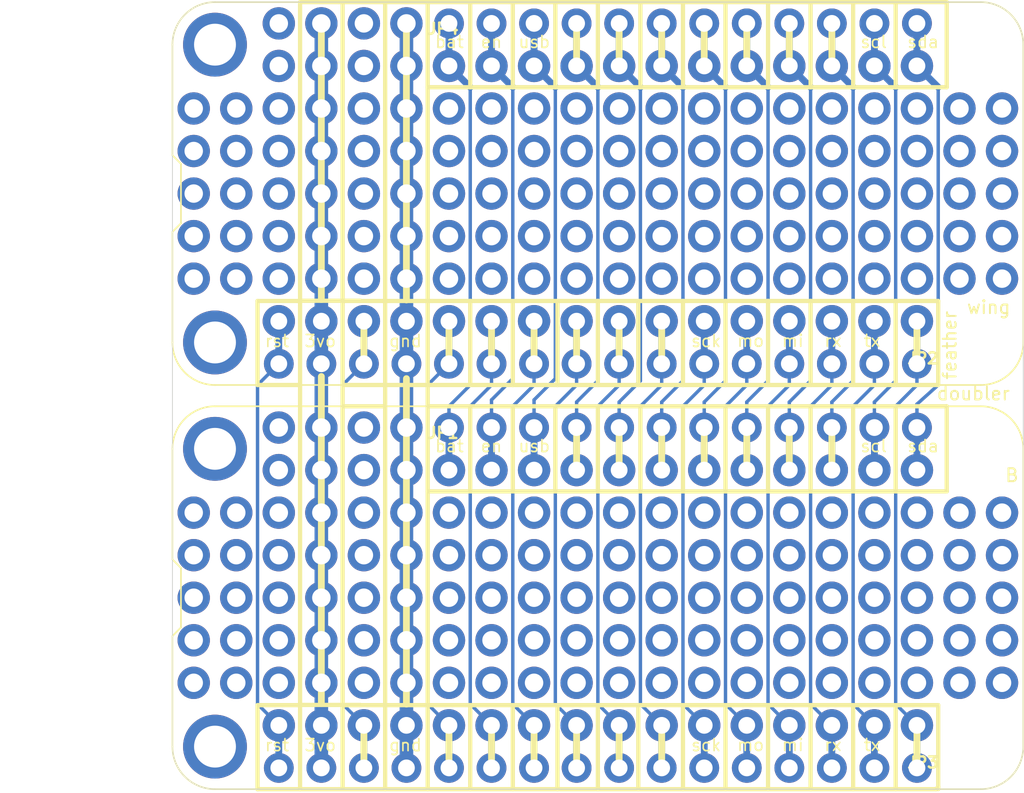
<source format=kicad_pcb>
(kicad_pcb (version 20221018) (generator pcbnew)
  (layers (0 "F.Cu" signal) (31 "B.Cu" signal) (34 "B.Paste" user) (35 "F.Paste" user) (36 "B.SilkS" user "B.Silkscreen") (37 "F.SilkS" user "F.Silkscreen") (38 "B.Mask" user) (39 "F.Mask" user) (44 "Edge.Cuts" user))
  (net 0 "")
  (net 1 "N$2")
  (net 2 "N$4")
  (net 3 "N$6")
  (net 4 "N$7")
  (net 5 "N$8")
  (net 6 "N$9")
  (net 7 "N$10")
  (net 8 "N$11")
  (net 9 "N$12")
  (net 10 "N$13")
  (net 11 "N$14")
  (net 12 "N$15")
  (net 13 "GND")
  (net 14 "N$17")
  (net 15 "3V")
  (net 16 "N$18")
  (net 17 "VBAT")
  (net 18 "N$1")
  (net 19 "USB")
  (net 20 "N$3")
  (net 21 "N$5")
  (net 22 "N$19")
  (net 23 "N$20")
  (net 24 "N$21")
  (net 25 "N$22")
  (net 26 "N$23")
  (net 27 "N$24")
  (net 28 "N$25")
  (net 29 "N$26")
  (net 30 "N$28")
  (net 31 "N$31")
  (net 32 "N$33")
  (net 33 "N$34")
  (net 34 "N$36")
  (net 35 "N$37")
  (net 36 "N$38")
  (net 37 "N$39")
  (net 38 "N$40")
  (net 39 "N$41")
  (net 40 "N$42")
  (net 41 "N$43")
  (net 42 "N$44")
  (net 43 "N$46")
  (net 44 "N$47")
  (net 45 "N$50")
  (net 46 "N$51")
  (net 47 "N$52")
  (net 48 "N$54")
  (net 49 "N$58")
  (net 50 "N$59")
  (net 51 "N$62")
  (net 52 "N$63")
  (net 53 "N$64")
  (net 54 "N$65")
  (net 55 "N$66")
  (net 56 "N$67")
  (net 57 "N$68")
  (net 58 "N$69")
  (net 59 "N$70")
  (net 60 "N$71")
  (net 61 "N$72")
  (net 62 "N$73")
  (net 63 "N$74")
  (net 64 "N$75")
  (net 65 "N$76")
  (net 66 "N$77")
  (net 67 "N$78")
  (net 68 "N$79")
  (net 69 "N$80")
  (net 70 "N$81")
  (net 71 "N$82")
  (net 72 "N$83")
  (net 73 "N$84")
  (net 74 "N$85")
  (net 75 "N$86")
  (net 76 "N$87")
  (net 77 "N$88")
  (net 78 "N$89")
  (net 79 "N$90")
  (net 80 "N$91")
  (net 81 "N$92")
  (net 82 "N$93")
  (net 83 "N$94")
  (net 84 "N$95")
  (net 85 "N$96")
  (net 86 "N$97")
  (net 87 "N$98")
  (net 88 "N$99")
  (net 89 "N$100")
  (net 90 "N$101")
  (net 91 "N$102")
  (net 92 "N$103")
  (net 93 "N$104")
  (net 94 "N$105")
  (net 95 "N$106")
  (net 96 "N$107")
  (net 97 "N$108")
  (net 98 "N$109")
  (net 99 "N$110")
  (net 100 "N$111")
  (net 101 "N$112")
  (net 102 "N$113")
  (net 103 "N$114")
  (net 104 "N$115")
  (net 105 "N$116")
  (net 106 "N$117")
  (net 107 "N$118")
  (net 108 "N$119")
  (net 109 "N$120")
  (net 110 "N$121")
  (net 111 "N$122")
  (net 112 "N$123")
  (net 113 "N$124")
  (net 114 "N$125")
  (net 115 "N$126")
  (net 116 "N$127")
  (net 117 "N$128")
  (net 118 "N$129")
  (net 119 "N$130")
  (net 120 "N$131")
  (net 121 "N$132")
  (net 122 "N$133")
  (net 123 "N$16")
  (net 124 "N$27")
  (net 125 "N$29")
  (net 126 "N$30")
  (net 127 "N$32")
  (net 128 "N$35")
  (net 129 "N$45")
  (net 130 "N$48")
  (net 131 "N$49")
  (net 132 "N$53")
  (net 133 "N$55")
  (net 134 "N$56")
  (net 135 "N$57")
  (net 136 "N$60")
  (net 137 "N$61")
  (net 138 "N$134")
  (net 139 "N$135")
  (net 140 "N$136")
  (net 141 "N$137")
  (net 142 "N$138")
  (net 143 "N$139")
  (net 144 "N$140")
  (net 145 "N$141")
  (net 146 "N$142")
  (net 147 "N$143")
  (net 148 "N$144")
  (net 149 "N$145")
  (net 150 "N$146")
  (net 151 "N$147")
  (net 152 "N$148")
  (net 153 "N$149")
  (net 154 "N$150")
  (net 155 "N$151")
  (net 156 "N$152")
  (net 157 "N$153")
  (net 158 "N$154")
  (net 159 "N$155")
  (net 160 "N$156")
  (net 161 "N$157")
  (net 162 "N$158")
  (net 163 "N$159")
  (net 164 "N$160")
  (net 165 "N$161")
  (net 166 "N$162")
  (net 167 "N$163")
  (net 168 "N$164")
  (net 169 "N$165")
  (net 170 "N$166")
  (net 171 "N$167")
  (net 172 "N$168")
  (net 173 "N$169")
  (net 174 "N$170")
  (net 175 "N$171")
  (net 176 "N$172")
  (net 177 "N$173")
  (net 178 "N$174")
  (net 179 "N$175")
  (net 180 "N$176")
  (net 181 "N$177")
  (net 182 "N$178")
  (net 183 "N$179")
  (net 184 "N$180")
  (net 185 "N$181")
  (net 186 "N$182")
  (net 187 "N$183")
  (net 188 "N$184")
  (net 189 "N$185")
  (net 190 "N$186")
  (net 191 "N$187")
  (net 192 "N$188")
  (net 193 "N$189")
  (net 194 "N$190")
  (net 195 "N$191")
  (net 196 "N$192")
  (net 197 "N$193")
  (net 198 "N$194")
  (net 199 "N$195")
  (net 200 "N$196")
  (net 201 "N$197")
  (net 202 "N$198")
  (net 203 "N$199")
  (net 204 "N$200")
  (net 205 "N$201")
  (net 206 "N$202")
  (net 207 "N$203")
  (net 208 "N$204")
  (net 209 "N$205")
  (net 210 "N$206")
  (net 211 "N$207")
  (net 212 "N$208")
  (net 213 "N$209")
  (net 214 "N$210")
  (net 215 "N$211")
  (net 216 "N$212")
  (footprint "working:1X12_ROUND_76MIL" (layer "F.Cu") (at 153.5811 85.3186)
    (fp_text reference "JP4")
    (fp_text value "")
  )
  (footprint "working:1X12_ROUND_76MIL" (layer "F.Cu") (at 153.5811 109.4486)
    (fp_text reference "JP1")
    (fp_text value "")
  )
  (footprint "working:1X16_ROUND_76MIL" (layer "F.Cu") (at 148.5011 100.5586 180)
    (fp_text reference "JP2")
    (fp_text value "")
  )
  (footprint "working:FEATHERWING_DIM" (layer "F.Cu") (at 123.1011 128.4986)
    (fp_text reference "MS1" hide)
    (fp_text value "FEATHERWING_NODIM" hide)
  )
  (footprint "working:FEATHERWING_DIM" (layer "F.Cu") (at 123.1011 104.3686)
    (fp_text reference "MS2" hide)
    (fp_text value "FEATHERWING_NODIM" hide)
  )
  (footprint "working:1X16_ROUND_76MIL" (layer "F.Cu") (at 148.5011 124.6886 180)
    (fp_text reference "JP3")
    (fp_text value "")
  )
  (gr_line (start 152.3111 107.1626) (end 152.3111 109.1946) (stroke (width 0.4064)) (layer "F.SilkS"))
  (gr_line (start 133.2611 123.5456) (end 133.2611 105.6386) (stroke (width 0.254)) (layer "F.SilkS"))
  (gr_line (start 161.2011 99.3521) (end 161.2011 104.3686) (stroke (width 0.254)) (layer "F.SilkS"))
  (gr_line (start 137.0711 123.4186) (end 137.0711 103.9876) (stroke (width 0.4064)) (layer "F.SilkS"))
  (gr_line (start 145.9611 86.5886) (end 148.5011 86.5886) (stroke (width 0.254)) (layer "F.SilkS"))
  (gr_line (start 128.1811 104.3686) (end 130.7211 104.3686) (stroke (width 0.254)) (layer "F.SilkS"))
  (gr_line (start 135.8011 99.3521) (end 133.3246 99.3521) (stroke (width 0.254)) (layer "F.SilkS"))
  (gr_line (start 157.3911 106.9086) (end 157.3911 109.1946) (stroke (width 0.4064)) (layer "F.SilkS"))
  (gr_line (start 135.8011 104.3686) (end 135.8011 105.6386) (stroke (width 0.254)) (layer "F.SilkS"))
  (gr_line (start 168.8211 123.4821) (end 168.8211 128.3716) (stroke (width 0.254)) (layer "F.SilkS"))
  (gr_line (start 138.3411 123.4821) (end 138.3411 110.7186) (stroke (width 0.254)) (layer "F.SilkS"))
  (gr_line (start 140.8811 99.3521) (end 138.3411 99.3521) (stroke (width 0.254)) (layer "F.SilkS"))
  (gr_line (start 150.9141 99.3521) (end 148.5011 99.3521) (stroke (width 0.254)) (layer "F.SilkS"))
  (gr_line (start 149.7711 85.1916) (end 149.7711 83.0326) (stroke (width 0.4064)) (layer "F.SilkS"))
  (gr_line (start 149.7711 124.6886) (end 149.7711 126.9746) (stroke (width 0.4064)) (layer "F.SilkS"))
  (gr_line (start 146.0881 104.3686) (end 146.0881 99.3521) (stroke (width 0.254)) (layer "F.SilkS"))
  (gr_line (start 158.6611 99.3521) (end 156.1211 99.3521) (stroke (width 0.254)) (layer "F.SilkS"))
  (gr_line (start 163.7411 105.6386) (end 163.7411 110.7186) (stroke (width 0.254)) (layer "F.SilkS"))
  (gr_line (start 143.4211 81.5086) (end 143.4211 86.5886) (stroke (width 0.254)) (layer "F.SilkS"))
  (gr_line (start 142.1511 100.8126) (end 142.1511 102.8446) (stroke (width 0.4064)) (layer "F.SilkS"))
  (gr_line (start 163.7411 110.7186) (end 166.2811 110.7186) (stroke (width 0.254)) (layer "F.SilkS"))
  (gr_line (start 134.5311 100.5586) (end 134.5311 102.8446) (stroke (width 0.4064)) (layer "F.SilkS"))
  (gr_line (start 140.8811 105.6386) (end 140.8811 110.7186) (stroke (width 0.254)) (layer "F.SilkS"))
  (gr_line (start 158.6611 104.3686) (end 156.1211 104.3686) (stroke (width 0.254)) (layer "F.SilkS"))
  (gr_line (start 130.7211 99.3394) (end 134.3279 99.3394) (stroke (width 0.254)) (layer "F.SilkS"))
  (gr_line (start 130.7211 123.4821) (end 128.1811 123.4821) (stroke (width 0.254)) (layer "F.SilkS"))
  (gr_line (start 138.3411 104.3686) (end 138.3411 99.3521) (stroke (width 0.254)) (layer "F.SilkS"))
  (gr_line (start 162.4711 106.9086) (end 162.4711 109.1946) (stroke (width 0.4064)) (layer "F.SilkS"))
  (gr_line (start 153.5811 104.3686) (end 153.5811 99.3521) (stroke (width 0.254)) (layer "F.SilkS"))
  (gr_line (start 145.9611 110.7186) (end 148.5011 110.7186) (stroke (width 0.254)) (layer "F.SilkS"))
  (gr_line (start 167.5511 126.9746) (end 167.5511 124.6886) (stroke (width 0.4064)) (layer "F.SilkS"))
  (gr_line (start 138.3411 86.5886) (end 140.8811 86.5886) (stroke (width 0.254)) (layer "F.SilkS"))
  (gr_line (start 161.2011 86.5886) (end 163.7411 86.5886) (stroke (width 0.254)) (layer "F.SilkS"))
  (gr_line (start 166.2811 104.3686) (end 158.6611 104.3686) (stroke (width 0.254)) (layer "F.SilkS"))
  (gr_line (start 130.7211 81.5086) (end 169.3291 81.5086) (stroke (width 0.254)) (layer "F.SilkS"))
  (gr_line (start 133.2611 105.6386) (end 135.8011 105.6386) (stroke (width 0.254)) (layer "F.SilkS"))
  (gr_line (start 169.3291 86.5886) (end 169.3291 81.5086) (stroke (width 0.254)) (layer "F.SilkS"))
  (gr_line (start 148.5011 104.3686) (end 146.0881 104.3686) (stroke (width 0.254)) (layer "F.SilkS"))
  (gr_line (start 133.2611 104.3686) (end 133.2611 105.6386) (stroke (width 0.254)) (layer "F.SilkS"))
  (gr_line (start 158.6611 123.4821) (end 161.2011 123.4821) (stroke (width 0.254)) (layer "F.SilkS"))
  (gr_line (start 158.6611 86.5886) (end 161.2011 86.5886) (stroke (width 0.254)) (layer "F.SilkS"))
  (gr_line (start 153.5811 99.3521) (end 150.9141 99.3521) (stroke (width 0.254)) (layer "F.SilkS"))
  (gr_line (start 168.8211 128.3716) (end 168.8211 128.4986) (stroke (width 0.254)) (layer "F.SilkS"))
  (gr_line (start 148.5011 110.7186) (end 148.5011 105.6386) (stroke (width 0.254)) (layer "F.SilkS"))
  (gr_line (start 133.2611 104.3686) (end 135.8011 104.3686) (stroke (width 0.254)) (layer "F.SilkS"))
  (gr_line (start 158.6611 123.4821) (end 156.1211 123.4821) (stroke (width 0.254)) (layer "F.SilkS"))
  (gr_line (start 138.3411 105.6386) (end 138.3411 104.3686) (stroke (width 0.254)) (layer "F.SilkS"))
  (gr_line (start 133.2611 123.5456) (end 133.2611 128.4351) (stroke (width 0.254)) (layer "F.SilkS"))
  (gr_line (start 143.4211 110.7186) (end 145.9611 110.7186) (stroke (width 0.254)) (layer "F.SilkS"))
  (gr_line (start 166.2811 110.7186) (end 169.3291 110.7186) (stroke (width 0.254)) (layer "F.SilkS"))
  (gr_line (start 156.1211 81.5086) (end 156.1211 86.5886) (stroke (width 0.254)) (layer "F.SilkS"))
  (gr_line (start 168.8211 104.3686) (end 166.2811 104.3686) (stroke (width 0.254)) (layer "F.SilkS"))
  (gr_line (start 166.2811 99.3521) (end 166.2811 104.3686) (stroke (width 0.254)) (layer "F.SilkS"))
  (gr_line (start 151.0411 105.6386) (end 151.0411 110.7186) (stroke (width 0.254)) (layer "F.SilkS"))
  (gr_line (start 163.7411 123.4821) (end 166.2811 123.4821) (stroke (width 0.254)) (layer "F.SilkS"))
  (gr_line (start 140.8811 128.4986) (end 140.8811 123.4821) (stroke (width 0.254)) (layer "F.SilkS"))
  (gr_line (start 144.6911 126.9746) (end 144.6911 125.1966) (stroke (width 0.4064)) (layer "F.SilkS"))
  (gr_line (start 156.1211 123.4821) (end 153.5811 123.4821) (stroke (width 0.254)) (layer "F.SilkS"))
  (gr_line (start 146.0881 128.4986) (end 146.0881 123.4821) (stroke (width 0.254)) (layer "F.SilkS"))
  (gr_line (start 152.3111 124.6886) (end 152.3111 126.9746) (stroke (width 0.4064)) (layer "F.SilkS"))
  (gr_line (start 128.1811 99.3521) (end 128.1811 104.3686) (stroke (width 0.254)) (layer "F.SilkS"))
  (gr_line (start 159.9311 85.3186) (end 159.9311 83.0326) (stroke (width 0.4064)) (layer "F.SilkS"))
  (gr_line (start 138.3411 99.3521) (end 138.3411 86.5886) (stroke (width 0.254)) (layer "F.SilkS"))
  (gr_line (start 135.8011 104.3686) (end 135.8011 99.3521) (stroke (width 0.254)) (layer "F.SilkS"))
  (gr_line (start 148.5011 99.3521) (end 148.5011 104.3686) (stroke (width 0.254)) (layer "F.SilkS"))
  (gr_line (start 135.8011 128.4986) (end 135.8011 123.4821) (stroke (width 0.254)) (layer "F.SilkS"))
  (gr_line (start 130.7211 99.3521) (end 128.1811 99.3521) (stroke (width 0.254)) (layer "F.SilkS"))
  (gr_line (start 169.3291 110.7186) (end 169.3291 105.6386) (stroke (width 0.254)) (layer "F.SilkS"))
  (gr_line (start 147.2311 107.1626) (end 147.2311 109.1946) (stroke (width 0.4064)) (layer "F.SilkS"))
  (gr_line (start 144.6911 102.8446) (end 144.6911 101.0666) (stroke (width 0.4064)) (layer "F.SilkS"))
  (gr_line (start 151.0411 110.7186) (end 156.1211 110.7186) (stroke (width 0.254)) (layer "F.SilkS"))
  (gr_line (start 153.5811 110.5916) (end 153.5811 105.6386) (stroke (width 0.254)) (layer "F.SilkS"))
  (gr_line (start 148.5011 110.7186) (end 151.0411 110.7186) (stroke (width 0.254)) (layer "F.SilkS"))
  (gr_line (start 130.7211 99.3521) (end 130.7211 99.3394) (stroke (width 0.254)) (layer "F.SilkS"))
  (gr_line (start 161.2011 81.5086) (end 161.2011 86.5886) (stroke (width 0.254)) (layer "F.SilkS"))
  (gr_line (start 140.8811 110.7186) (end 143.4211 110.7186) (stroke (width 0.254)) (layer "F.SilkS"))
  (gr_line (start 168.6941 128.4986) (end 168.8211 128.3716) (stroke (width 0.254)) (layer "F.SilkS"))
  (gr_line (start 166.2811 105.6386) (end 166.2811 110.7186) (stroke (width 0.254)) (layer "F.SilkS"))
  (gr_line (start 138.3411 86.5886) (end 138.3411 81.5086) (stroke (width 0.254)) (layer "F.SilkS"))
  (gr_line (start 166.2811 99.3521) (end 168.8211 99.3521) (stroke (width 0.254)) (layer "F.SilkS"))
  (gr_line (start 140.8811 123.4821) (end 138.3411 123.4821) (stroke (width 0.254)) (layer "F.SilkS"))
  (gr_line (start 140.8811 104.3686) (end 138.3411 104.3686) (stroke (width 0.254)) (layer "F.SilkS"))
  (gr_line (start 133.2611 99.4156) (end 133.2611 104.3686) (stroke (width 0.254)) (layer "F.SilkS"))
  (gr_line (start 146.0881 99.3521) (end 140.8811 99.3521) (stroke (width 0.254)) (layer "F.SilkS"))
  (gr_line (start 151.0411 81.5086) (end 151.0411 86.5886) (stroke (width 0.254)) (layer "F.SilkS"))
  (gr_line (start 152.3111 100.5586) (end 152.3111 102.8446) (stroke (width 0.4064)) (layer "F.SilkS"))
  (gr_line (start 134.5311 124.6886) (end 134.5311 126.9746) (stroke (width 0.4064)) (layer "F.SilkS"))
  (gr_line (start 161.2011 123.4821) (end 161.2011 128.4986) (stroke (width 0.254)) (layer "F.SilkS"))
  (gr_line (start 156.1211 110.7186) (end 158.6611 110.7186) (stroke (width 0.254)) (layer "F.SilkS"))
  (gr_line (start 148.5011 123.4821) (end 146.0881 123.4821) (stroke (width 0.254)) (layer "F.SilkS"))
  (gr_line (start 138.3411 104.3686) (end 135.8011 104.3686) (stroke (width 0.254)) (layer "F.SilkS"))
  (gr_line (start 163.7411 81.5086) (end 163.7411 86.5886) (stroke (width 0.254)) (layer "F.SilkS"))
  (gr_line (start 147.2311 83.0326) (end 147.2311 85.0646) (stroke (width 0.4064)) (layer "F.SilkS"))
  (gr_line (start 138.3411 123.4821) (end 135.8011 123.4821) (stroke (width 0.254)) (layer "F.SilkS"))
  (gr_line (start 139.6111 102.8446) (end 139.6111 100.8126) (stroke (width 0.4064)) (layer "F.SilkS"))
  (gr_line (start 157.3911 82.7786) (end 157.3911 85.0646) (stroke (width 0.4064)) (layer "F.SilkS"))
  (gr_line (start 162.4711 82.7786) (end 162.4711 85.0646) (stroke (width 0.4064)) (layer "F.SilkS"))
  (gr_line (start 158.6611 99.3521) (end 158.6611 104.3686) (stroke (width 0.254)) (layer "F.SilkS"))
  (gr_line (start 143.4211 123.6091) (end 143.4211 128.4986) (stroke (width 0.254)) (layer "F.SilkS"))
  (gr_line (start 150.9141 104.3686) (end 148.5011 104.3686) (stroke (width 0.254)) (layer "F.SilkS"))
  (gr_line (start 163.7411 99.3521) (end 166.2811 99.3521) (stroke (width 0.254)) (layer "F.SilkS"))
  (gr_line (start 150.9141 123.4821) (end 150.9141 128.4986) (stroke (width 0.254)) (layer "F.SilkS"))
  (gr_line (start 130.7211 123.4694) (end 130.7211 104.3686) (stroke (width 0.254)) (layer "F.SilkS"))
  (gr_line (start 138.3411 99.3521) (end 135.8011 99.3521) (stroke (width 0.254)) (layer "F.SilkS"))
  (gr_line (start 156.1211 99.3521) (end 153.5811 99.3521) (stroke (width 0.254)) (layer "F.SilkS"))
  (gr_line (start 161.2011 110.7186) (end 163.7411 110.7186) (stroke (width 0.254)) (layer "F.SilkS"))
  (gr_line (start 159.9311 109.4486) (end 159.9311 107.1626) (stroke (width 0.4064)) (layer "F.SilkS"))
  (gr_line (start 153.5811 86.4616) (end 153.5811 81.5086) (stroke (width 0.254)) (layer "F.SilkS"))
  (gr_line (start 166.2811 123.4821) (end 166.2811 128.4986) (stroke (width 0.254)) (layer "F.SilkS"))
  (gr_line (start 168.8211 99.3521) (end 168.8211 104.3686) (stroke (width 0.254)) (layer "F.SilkS"))
  (gr_line (start 153.5811 128.4986) (end 153.5811 123.4821) (stroke (width 0.254)) (layer "F.SilkS"))
  (gr_line (start 138.3411 128.4986) (end 138.3411 123.4821) (stroke (width 0.254)) (layer "F.SilkS"))
  (gr_line (start 133.3246 123.4821) (end 133.2611 123.5456) (stroke (width 0.254)) (layer "F.SilkS"))
  (gr_line (start 152.3111 83.0326) (end 152.3111 85.0646) (stroke (width 0.4064)) (layer "F.SilkS"))
  (gr_line (start 148.5011 86.5886) (end 148.5011 81.5086) (stroke (width 0.254)) (layer "F.SilkS"))
  (gr_line (start 158.6611 81.5086) (end 158.6611 86.5886) (stroke (width 0.254)) (layer "F.SilkS"))
  (gr_line (start 161.2011 123.4821) (end 163.7411 123.4821) (stroke (width 0.254)) (layer "F.SilkS"))
  (gr_line (start 166.2811 86.5886) (end 169.3291 86.5886) (stroke (width 0.254)) (layer "F.SilkS"))
  (gr_line (start 143.4211 99.4791) (end 143.4211 104.3686) (stroke (width 0.254)) (layer "F.SilkS"))
  (gr_line (start 135.8011 81.5721) (end 135.8011 99.3521) (stroke (width 0.254)) (layer "F.SilkS"))
  (gr_line (start 135.8011 123.4821) (end 133.3246 123.4821) (stroke (width 0.254)) (layer "F.SilkS"))
  (gr_line (start 158.6611 123.4821) (end 158.6611 128.4986) (stroke (width 0.254)) (layer "F.SilkS"))
  (gr_line (start 151.0411 86.5886) (end 156.1211 86.5886) (stroke (width 0.254)) (layer "F.SilkS"))
  (gr_line (start 143.4211 104.3686) (end 140.8811 104.3686) (stroke (width 0.254)) (layer "F.SilkS"))
  (gr_line (start 163.7411 123.4821) (end 163.7411 128.4986) (stroke (width 0.254)) (layer "F.SilkS"))
  (gr_line (start 128.1811 123.4821) (end 128.1811 128.4986) (stroke (width 0.254)) (layer "F.SilkS"))
  (gr_line (start 131.9911 99.2632) (end 131.9911 82.7786) (stroke (width 0.4064)) (layer "F.SilkS"))
  (gr_line (start 142.1511 124.9426) (end 142.1511 126.9746) (stroke (width 0.4064)) (layer "F.SilkS"))
  (gr_line (start 139.6111 126.9746) (end 139.6111 124.9426) (stroke (width 0.4064)) (layer "F.SilkS"))
  (gr_line (start 135.8011 105.6386) (end 135.8011 123.4821) (stroke (width 0.254)) (layer "F.SilkS"))
  (gr_line (start 145.9611 86.5886) (end 145.9611 81.5086) (stroke (width 0.254)) (layer "F.SilkS"))
  (gr_line (start 148.5011 86.5886) (end 151.0411 86.5886) (stroke (width 0.254)) (layer "F.SilkS"))
  (gr_line (start 156.1211 104.3686) (end 156.1211 99.3521) (stroke (width 0.254)) (layer "F.SilkS"))
  (gr_line (start 130.7211 104.3686) (end 130.7211 99.3521) (stroke (width 0.254)) (layer "F.SilkS"))
  (gr_line (start 143.4211 86.5886) (end 145.9611 86.5886) (stroke (width 0.254)) (layer "F.SilkS"))
  (gr_line (start 140.8811 86.5886) (end 143.4211 86.5886) (stroke (width 0.254)) (layer "F.SilkS"))
  (gr_line (start 158.6611 99.3521) (end 161.2011 99.3521) (stroke (width 0.254)) (layer "F.SilkS"))
  (gr_line (start 147.2311 103.0986) (end 147.2311 100.8126) (stroke (width 0.4064)) (layer "F.SilkS"))
  (gr_line (start 149.7711 100.5586) (end 149.7711 102.8446) (stroke (width 0.4064)) (layer "F.SilkS"))
  (gr_line (start 137.0711 99.2886) (end 137.0711 82.7786) (stroke (width 0.4064)) (layer "F.SilkS"))
  (gr_line (start 140.8811 81.5086) (end 140.8811 86.5886) (stroke (width 0.254)) (layer "F.SilkS"))
  (gr_line (start 133.3246 99.3521) (end 133.2611 99.4156) (stroke (width 0.254)) (layer "F.SilkS"))
  (gr_line (start 156.1211 105.6386) (end 156.1211 110.7186) (stroke (width 0.254)) (layer "F.SilkS"))
  (gr_line (start 156.1211 128.4986) (end 156.1211 123.4821) (stroke (width 0.254)) (layer "F.SilkS"))
  (gr_line (start 163.7411 86.5886) (end 166.2811 86.5886) (stroke (width 0.254)) (layer "F.SilkS"))
  (gr_line (start 138.3411 105.6386) (end 169.3291 105.6386) (stroke (width 0.254)) (layer "F.SilkS"))
  (gr_line (start 128.1811 128.4986) (end 168.6941 128.4986) (stroke (width 0.254)) (layer "F.SilkS"))
  (gr_line (start 150.9141 123.4821) (end 148.5011 123.4821) (stroke (width 0.254)) (layer "F.SilkS"))
  (gr_line (start 130.7211 123.4821) (end 130.7211 123.4694) (stroke (width 0.254)) (layer "F.SilkS"))
  (gr_line (start 154.8511 85.0646) (end 154.8511 83.0326) (stroke (width 0.4064)) (layer "F.SilkS"))
  (gr_line (start 158.6611 105.6386) (end 158.6611 110.7186) (stroke (width 0.254)) (layer "F.SilkS"))
  (gr_line (start 130.7211 123.4694) (end 134.3279 123.4694) (stroke (width 0.254)) (layer "F.SilkS"))
  (gr_line (start 143.4211 105.6386) (end 143.4211 110.7186) (stroke (width 0.254)) (layer "F.SilkS"))
  (gr_line (start 148.5011 123.4821) (end 148.5011 128.4986) (stroke (width 0.254)) (layer "F.SilkS"))
  (gr_line (start 166.2811 123.4821) (end 168.8211 123.4821) (stroke (width 0.254)) (layer "F.SilkS"))
  (gr_line (start 167.5511 102.8446) (end 167.5511 100.5586) (stroke (width 0.4064)) (layer "F.SilkS"))
  (gr_line (start 146.0881 104.3686) (end 143.4211 104.3686) (stroke (width 0.254)) (layer "F.SilkS"))
  (gr_line (start 161.2011 99.3521) (end 163.7411 99.3521) (stroke (width 0.254)) (layer "F.SilkS"))
  (gr_line (start 130.7211 128.4986) (end 130.7211 123.4821) (stroke (width 0.254)) (layer "F.SilkS"))
  (gr_line (start 146.0881 123.4821) (end 140.8811 123.4821) (stroke (width 0.254)) (layer "F.SilkS"))
  (gr_line (start 131.9911 123.3932) (end 131.9911 103.8606) (stroke (width 0.4064)) (layer "F.SilkS"))
  (gr_line (start 154.8511 109.1946) (end 154.8511 107.1626) (stroke (width 0.4064)) (layer "F.SilkS"))
  (gr_line (start 138.3411 110.7186) (end 140.8811 110.7186) (stroke (width 0.254)) (layer "F.SilkS"))
  (gr_line (start 153.5811 104.3686) (end 150.9141 104.3686) (stroke (width 0.254)) (layer "F.SilkS"))
  (gr_line (start 161.2011 105.6386) (end 161.2011 110.7186) (stroke (width 0.254)) (layer "F.SilkS"))
  (gr_line (start 166.2811 81.5086) (end 166.2811 86.5886) (stroke (width 0.254)) (layer "F.SilkS"))
  (gr_line (start 156.1211 86.5886) (end 158.6611 86.5886) (stroke (width 0.254)) (layer "F.SilkS"))
  (gr_line (start 138.3411 110.7186) (end 138.3411 105.6386) (stroke (width 0.254)) (layer "F.SilkS"))
  (gr_line (start 150.9141 99.3521) (end 150.9141 104.3686) (stroke (width 0.254)) (layer "F.SilkS"))
  (gr_line (start 140.8811 104.3686) (end 140.8811 99.3521) (stroke (width 0.254)) (layer "F.SilkS"))
  (gr_line (start 156.1211 104.3686) (end 153.5811 104.3686) (stroke (width 0.254)) (layer "F.SilkS"))
  (gr_line (start 145.9611 110.7186) (end 145.9611 105.6386) (stroke (width 0.254)) (layer "F.SilkS"))
  (gr_line (start 158.6611 110.7186) (end 161.2011 110.7186) (stroke (width 0.254)) (layer "F.SilkS"))
  (gr_line (start 133.2611 99.2886) (end 133.2611 81.6356) (stroke (width 0.254)) (layer "F.SilkS"))
  (gr_line (start 149.7711 109.3216) (end 149.7711 107.1626) (stroke (width 0.4064)) (layer "F.SilkS"))
  (gr_line (start 153.5811 123.4821) (end 150.9141 123.4821) (stroke (width 0.254)) (layer "F.SilkS"))
  (gr_line (start 147.2311 127.2286) (end 147.2311 124.9426) (stroke (width 0.4064)) (layer "F.SilkS"))
  (gr_line (start 163.7411 99.3521) (end 163.7411 104.3686) (stroke (width 0.254)) (layer "F.SilkS"))
  (gr_line (start 148.5011 99.3521) (end 146.0881 99.3521) (stroke (width 0.254)) (layer "F.SilkS"))
  (gr_line (start 130.7211 99.3394) (end 130.7211 81.6356) (stroke (width 0.254)) (layer "F.SilkS"))
  (gr_arc (start 125.6411 128.4986) (mid 123.845049 127.754651) (end 123.1011 125.9586) (stroke (width 0.05)) (layer "Edge.Cuts"))
  (gr_line (start 125.6411 81.5086) (end 171.3611 81.5086) (stroke (width 0.05)) (layer "Edge.Cuts"))
  (gr_line (start 173.9011 84.0486) (end 173.9011 125.9586) (stroke (width 0.05)) (layer "Edge.Cuts"))
  (gr_arc (start 123.1011 84.0486) (mid 123.845049 82.252549) (end 125.6411 81.5086) (stroke (width 0.05)) (layer "Edge.Cuts"))
  (gr_line (start 171.3611 128.4986) (end 125.6411 128.4986) (stroke (width 0.05)) (layer "Edge.Cuts"))
  (gr_arc (start 173.9011 125.9586) (mid 173.157151 127.754651) (end 171.3611 128.4986) (stroke (width 0.05)) (layer "Edge.Cuts"))
  (gr_line (start 123.1011 125.9586) (end 123.1011 84.0486) (stroke (width 0.05)) (layer "Edge.Cuts"))
  (gr_arc (start 171.3611 81.5086) (mid 173.157151 82.252549) (end 173.9011 84.0486) (stroke (width 0.05)) (layer "Edge.Cuts"))
  (gr_text "tx" (at 164.3126 126.2761) (layer "F.SilkS") (effects (font (size 0.715264 0.715264) (thickness 0.097536)) (justify left bottom)))
  (gr_text "rx" (at 161.9631 126.2761) (layer "F.SilkS") (effects (font (size 0.715264 0.715264) (thickness 0.097536)) (justify left bottom)))
  (gr_text "3vo" (at 130.9243 126.2888) (layer "F.SilkS") (effects (font (size 0.715264 0.715264) (thickness 0.097536)) (justify left bottom)))
  (gr_text "en" (at 141.4526 108.4326) (layer "F.SilkS") (effects (font (size 0.715264 0.715264) (thickness 0.097536)) (justify left bottom)))
  (gr_text "rst" (at 128.5621 126.2888) (layer "F.SilkS") (effects (font (size 0.715264 0.715264) (thickness 0.097536)) (justify left bottom)))
  (gr_text "wing" (at 170.4721 100.1776) (layer "F.SilkS") (effects (font (size 0.77343 0.77343) (thickness 0.11557)) (justify left bottom)))
  (gr_text "usb" (at 143.7005 84.3026) (layer "F.SilkS") (effects (font (size 0.715264 0.715264) (thickness 0.097536)) (justify left bottom)))
  (gr_text "usb" (at 143.7005 108.4326) (layer "F.SilkS") (effects (font (size 0.715264 0.715264) (thickness 0.097536)) (justify left bottom)))
  (gr_text "mi" (at 159.4231 126.2761) (layer "F.SilkS") (effects (font (size 0.715264 0.715264) (thickness 0.097536)) (justify left bottom)))
  (gr_text "feather" (at 169.9641 104.1146 90) (layer "F.SilkS") (effects (font (size 0.77343 0.77343) (thickness 0.11557)) (justify left bottom)))
  (gr_text "sda" (at 166.9161 108.4326) (layer "F.SilkS") (effects (font (size 0.715264 0.715264) (thickness 0.097536)) (justify left bottom)))
  (gr_text "bat" (at 138.7221 108.4326) (layer "F.SilkS") (effects (font (size 0.715264 0.715264) (thickness 0.097536)) (justify left bottom)))
  (gr_text "gnd" (at 135.9789 126.2888) (layer "F.SilkS") (effects (font (size 0.715264 0.715264) (thickness 0.097536)) (justify left bottom)))
  (gr_text "en" (at 141.4526 84.3026) (layer "F.SilkS") (effects (font (size 0.715264 0.715264) (thickness 0.097536)) (justify left bottom)))
  (gr_text "tx" (at 164.3126 102.1461) (layer "F.SilkS") (effects (font (size 0.715264 0.715264) (thickness 0.097536)) (justify left bottom)))
  (gr_text "B" (at 172.7581 110.2106) (layer "F.SilkS") (effects (font (size 0.77343 0.77343) (thickness 0.11557)) (justify left bottom)))
  (gr_text "rx" (at 161.9631 102.1461) (layer "F.SilkS") (effects (font (size 0.715264 0.715264) (thickness 0.097536)) (justify left bottom)))
  (gr_text "3vo" (at 130.9243 102.1588) (layer "F.SilkS") (effects (font (size 0.715264 0.715264) (thickness 0.097536)) (justify left bottom)))
  (gr_text "sda" (at 166.9161 84.3026) (layer "F.SilkS") (effects (font (size 0.715264 0.715264) (thickness 0.097536)) (justify left bottom)))
  (gr_text "scl" (at 164.1221 84.3026) (layer "F.SilkS") (effects (font (size 0.715264 0.715264) (thickness 0.097536)) (justify left bottom)))
  (gr_text "mo" (at 156.7561 102.1461) (layer "F.SilkS") (effects (font (size 0.715264 0.715264) (thickness 0.097536)) (justify left bottom)))
  (gr_text "mo" (at 156.7561 126.2761) (layer "F.SilkS") (effects (font (size 0.715264 0.715264) (thickness 0.097536)) (justify left bottom)))
  (gr_text "doubler" (at 168.6687 105.3338) (layer "F.SilkS") (effects (font (size 0.77343 0.77343) (thickness 0.11557)) (justify left bottom)))
  (gr_text "bat" (at 138.7221 84.3026) (layer "F.SilkS") (effects (font (size 0.715264 0.715264) (thickness 0.097536)) (justify left bottom)))
  (gr_text "scl" (at 164.1221 108.4326) (layer "F.SilkS") (effects (font (size 0.715264 0.715264) (thickness 0.097536)) (justify left bottom)))
  (gr_text "rst" (at 128.5621 102.1588) (layer "F.SilkS") (effects (font (size 0.715264 0.715264) (thickness 0.097536)) (justify left bottom)))
  (gr_text "gnd" (at 135.9789 102.1588) (layer "F.SilkS") (effects (font (size 0.715264 0.715264) (thickness 0.097536)) (justify left bottom)))
  (gr_text "mi" (at 159.4231 102.1461) (layer "F.SilkS") (effects (font (size 0.715264 0.715264) (thickness 0.097536)) (justify left bottom)))
  (gr_text "sck" (at 154.0129 126.2888) (layer "F.SilkS") (effects (font (size 0.715264 0.715264) (thickness 0.097536)) (justify left bottom)))
  (gr_text "sck" (at 154.0129 102.1588) (layer "F.SilkS") (effects (font (size 0.715264 0.715264) (thickness 0.097536)) (justify left bottom)))
  (segment (start 167.5511 124.6886) (end 167.5511 127.2286) (width 0.4064) (layer "B.Cu") (net 1))
  (segment (start 167.5511 124.6886) (end 166.2811 123.4186) (width 0.2032) (layer "B.Cu") (net 1))
  (segment (start 167.5511 100.5586) (end 167.5511 103.0986) (width 0.4064) (layer "B.Cu") (net 1))
  (segment (start 166.2811 105.6386) (end 167.5511 104.3686) (width 0.2032) (layer "B.Cu") (net 1))
  (segment (start 167.5511 104.3686) (end 167.5511 103.0986) (width 0.2032) (layer "B.Cu") (net 1))
  (segment (start 166.2811 123.4186) (end 166.2811 105.6386) (width 0.2032) (layer "B.Cu") (net 1))
  (segment (start 165.0111 104.3686) (end 165.0111 103.0986) (width 0.2032) (layer "B.Cu") (net 2))
  (segment (start 163.7411 105.6386) (end 165.0111 104.3686) (width 0.2032) (layer "B.Cu") (net 2))
  (segment (start 165.0111 124.6886) (end 163.7411 123.4186) (width 0.2032) (layer "B.Cu") (net 2))
  (segment (start 165.0111 127.2286) (end 165.0111 124.6886) (width 0.4064) (layer "B.Cu") (net 2))
  (segment (start 163.7411 123.4186) (end 163.7411 105.6386) (width 0.2032) (layer "B.Cu") (net 2))
  (segment (start 165.0111 100.5586) (end 165.0111 103.0986) (width 0.4064) (layer "B.Cu") (net 2))
  (segment (start 162.4711 104.3686) (end 162.4711 103.0986) (width 0.2032) (layer "B.Cu") (net 3))
  (segment (start 161.2011 105.6386) (end 162.4711 104.3686) (width 0.2032) (layer "B.Cu") (net 3))
  (segment (start 162.4711 124.6886) (end 162.4711 127.2286) (width 0.4064) (layer "B.Cu") (net 3))
  (segment (start 162.4711 100.5586) (end 162.4711 103.0986) (width 0.4064) (layer "B.Cu") (net 3))
  (segment (start 161.2011 123.4186) (end 161.2011 105.6386) (width 0.2032) (layer "B.Cu") (net 3))
  (segment (start 162.4711 124.6886) (end 161.2011 123.4186) (width 0.2032) (layer "B.Cu") (net 3))
  (segment (start 158.6611 123.4186) (end 158.6611 105.6386) (width 0.2032) (layer "B.Cu") (net 4))
  (segment (start 159.9311 104.3686) (end 159.9311 103.0986) (width 0.2032) (layer "B.Cu") (net 4))
  (segment (start 158.6611 105.6386) (end 159.9311 104.3686) (width 0.2032) (layer "B.Cu") (net 4))
  (segment (start 159.9311 124.6886) (end 158.6611 123.4186) (width 0.2032) (layer "B.Cu") (net 4))
  (segment (start 159.9311 124.6886) (end 159.9311 127.2286) (width 0.4064) (layer "B.Cu") (net 4))
  (segment (start 159.9311 100.5586) (end 159.9311 103.0986) (width 0.4064) (layer "B.Cu") (net 4))
  (segment (start 157.3911 100.5586) (end 157.3911 103.0986) (width 0.4064) (layer "B.Cu") (net 5))
  (segment (start 157.3911 124.6886) (end 156.1211 123.4186) (width 0.2032) (layer "B.Cu") (net 5))
  (segment (start 157.3911 127.2286) (end 157.3911 124.6886) (width 0.4064) (layer "B.Cu") (net 5))
  (segment (start 156.1211 105.6386) (end 157.3911 104.3686) (width 0.2032) (layer "B.Cu") (net 5))
  (segment (start 157.3911 104.3686) (end 157.3911 103.0986) (width 0.2032) (layer "B.Cu") (net 5))
  (segment (start 156.1211 123.4186) (end 156.1211 105.6386) (width 0.2032) (layer "B.Cu") (net 5))
  (segment (start 153.5811 123.4186) (end 153.5811 105.6386) (width 0.2032) (layer "B.Cu") (net 6))
  (segment (start 154.8511 124.6886) (end 154.8511 127.2286) (width 0.4064) (layer "B.Cu") (net 6))
  (segment (start 154.8511 124.6886) (end 153.5811 123.4186) (width 0.2032) (layer "B.Cu") (net 6))
  (segment (start 153.5811 105.6386) (end 154.8511 104.3686) (width 0.2032) (layer "B.Cu") (net 6))
  (segment (start 154.8511 104.3686) (end 154.8511 103.0986) (width 0.2032) (layer "B.Cu") (net 6))
  (segment (start 154.8511 100.5586) (end 154.8511 103.0986) (width 0.4064) (layer "B.Cu") (net 6))
  (segment (start 152.3111 104.3686) (end 152.3111 103.0986) (width 0.2032) (layer "B.Cu") (net 7))
  (segment (start 152.3111 127.2286) (end 152.3111 124.6886) (width 0.4064) (layer "B.Cu") (net 7))
  (segment (start 152.3111 100.5586) (end 152.3111 103.0986) (width 0.4064) (layer "B.Cu") (net 7))
  (segment (start 152.3111 124.6886) (end 151.0411 123.4186) (width 0.2032) (layer "B.Cu") (net 7))
  (segment (start 151.0411 123.4186) (end 151.0411 105.6386) (width 0.2032) (layer "B.Cu") (net 7))
  (segment (start 151.0411 105.6386) (end 152.3111 104.3686) (width 0.2032) (layer "B.Cu") (net 7))
  (segment (start 149.7711 124.6886) (end 148.5011 123.4186) (width 0.2032) (layer "B.Cu") (net 8))
  (segment (start 148.5011 123.4186) (end 148.5011 105.6386) (width 0.2032) (layer "B.Cu") (net 8))
  (segment (start 149.7711 124.6886) (end 149.7711 127.2286) (width 0.4064) (layer "B.Cu") (net 8))
  (segment (start 148.5011 105.6386) (end 149.7711 104.3686) (width 0.2032) (layer "B.Cu") (net 8))
  (segment (start 149.7711 104.3686) (end 149.7711 103.0986) (width 0.2032) (layer "B.Cu") (net 8))
  (segment (start 149.7711 100.5586) (end 149.7711 103.0986) (width 0.4064) (layer "B.Cu") (net 8))
  (segment (start 147.2311 127.2286) (end 147.2311 124.6886) (width 0.4064) (layer "B.Cu") (net 9))
  (segment (start 145.9611 123.4186) (end 145.9611 105.6386) (width 0.2032) (layer "B.Cu") (net 9))
  (segment (start 147.2311 124.6886) (end 145.9611 123.4186) (width 0.2032) (layer "B.Cu") (net 9))
  (segment (start 147.2311 104.3686) (end 147.2311 103.0986) (width 0.2032) (layer "B.Cu") (net 9))
  (segment (start 145.9611 105.6386) (end 147.2311 104.3686) (width 0.2032) (layer "B.Cu") (net 9))
  (segment (start 147.2311 100.5586) (end 147.2311 103.0986) (width 0.4064) (layer "B.Cu") (net 9))
  (segment (start 144.6911 124.6886) (end 144.6911 127.2286) (width 0.4064) (layer "B.Cu") (net 10))
  (segment (start 143.4211 123.4186) (end 143.4211 105.6386) (width 0.2032) (layer "B.Cu") (net 10))
  (segment (start 143.4211 105.6386) (end 144.6911 104.3686) (width 0.2032) (layer "B.Cu") (net 10))
  (segment (start 144.6911 100.5586) (end 144.6911 103.0986) (width 0.4064) (layer "B.Cu") (net 10))
  (segment (start 144.6911 124.6886) (end 143.4211 123.4186) (width 0.2032) (layer "B.Cu") (net 10))
  (segment (start 144.6911 104.3686) (end 144.6911 103.0986) (width 0.2032) (layer "B.Cu") (net 10))
  (segment (start 142.1511 127.2286) (end 142.1511 124.6886) (width 0.4064) (layer "B.Cu") (net 11))
  (segment (start 142.1511 124.6886) (end 140.8811 123.4186) (width 0.2032) (layer "B.Cu") (net 11))
  (segment (start 142.1511 104.3686) (end 142.1511 103.0986) (width 0.2032) (layer "B.Cu") (net 11))
  (segment (start 142.1511 100.5586) (end 142.1511 103.0986) (width 0.4064) (layer "B.Cu") (net 11))
  (segment (start 140.8811 123.4186) (end 140.8811 105.6386) (width 0.2032) (layer "B.Cu") (net 11))
  (segment (start 140.8811 105.6386) (end 142.1511 104.3686) (width 0.2032) (layer "B.Cu") (net 11))
  (segment (start 138.3411 104.3686) (end 139.6111 103.0986) (width 0.2032) (layer "B.Cu") (net 12))
  (segment (start 138.3411 123.4186) (end 138.3411 104.3686) (width 0.2032) (layer "B.Cu") (net 12))
  (segment (start 139.6111 124.6886) (end 138.3411 123.4186) (width 0.2032) (layer "B.Cu") (net 12))
  (segment (start 139.6111 100.5586) (end 139.6111 103.0986) (width 0.4064) (layer "B.Cu") (net 12))
  (segment (start 139.6111 124.6886) (end 139.6111 127.2286) (width 0.4064) (layer "B.Cu") (net 12))
  (via (at 137.0711 92.9386) (size 1.9304) (drill 1.1) (layers "F.Cu" "B.Cu") (net 13))
  (via (at 137.0711 122.1486) (size 1.9304) (drill 1.1) (layers "F.Cu" "B.Cu") (net 13))
  (via (at 137.0711 82.7786) (size 1.9304) (drill 1.1) (layers "F.Cu" "B.Cu") (net 13))
  (via (at 137.0711 95.4786) (size 1.9304) (drill 1.1) (layers "F.Cu" "B.Cu") (net 13))
  (via (at 137.0711 114.5286) (size 1.9304) (drill 1.1) (layers "F.Cu" "B.Cu") (net 13))
  (via (at 137.0711 98.0186) (size 1.9304) (drill 1.1) (layers "F.Cu" "B.Cu") (net 13))
  (via (at 137.0711 119.6086) (size 1.9304) (drill 1.1) (layers "F.Cu" "B.Cu") (net 13))
  (via (at 137.0711 111.9886) (size 1.9304) (drill 1.1) (layers "F.Cu" "B.Cu") (net 13))
  (via (at 137.0711 106.9086) (size 1.9304) (drill 1.1) (layers "F.Cu" "B.Cu") (net 13))
  (via (at 137.0711 85.3186) (size 1.9304) (drill 1.1) (layers "F.Cu" "B.Cu") (net 13))
  (via (at 137.0711 87.8586) (size 1.9304) (drill 1.1) (layers "F.Cu" "B.Cu") (net 13))
  (via (at 137.0711 117.0686) (size 1.9304) (drill 1.1) (layers "F.Cu" "B.Cu") (net 13))
  (via (at 137.0711 109.4486) (size 1.9304) (drill 1.1) (layers "F.Cu" "B.Cu") (net 13))
  (via (at 137.0711 90.3986) (size 1.9304) (drill 1.1) (layers "F.Cu" "B.Cu") (net 13))
  (segment (start 137.0711 90.3986) (end 137.0711 87.8586) (width 0.8128) (layer "B.Cu") (net 13))
  (segment (start 137.0711 85.3186) (end 137.0711 82.7786) (width 0.8128) (layer "B.Cu") (net 13))
  (segment (start 137.0711 114.5286) (end 137.0711 111.9886) (width 0.8128) (layer "B.Cu") (net 13))
  (segment (start 137.0711 92.9386) (end 137.0711 90.3986) (width 0.8128) (layer "B.Cu") (net 13))
  (segment (start 137.0711 103.0986) (end 137.0711 100.5586) (width 0.8128) (layer "B.Cu") (net 13))
  (segment (start 137.0711 109.4486) (end 137.0711 106.9086) (width 0.8128) (layer "B.Cu") (net 13))
  (segment (start 137.0711 127.2286) (end 137.0711 124.6886) (width 0.8128) (layer "B.Cu") (net 13))
  (segment (start 137.0711 124.6886) (end 137.0711 122.1486) (width 0.8128) (layer "B.Cu") (net 13))
  (segment (start 137.0711 119.6086) (end 137.0711 117.0686) (width 0.8128) (layer "B.Cu") (net 13))
  (segment (start 137.0711 100.5586) (end 137.0711 98.0186) (width 0.8128) (layer "B.Cu") (net 13))
  (segment (start 137.0711 106.9086) (end 137.0711 103.0986) (width 0.8128) (layer "B.Cu") (net 13))
  (segment (start 137.0711 87.8586) (end 137.0711 85.3186) (width 0.8128) (layer "B.Cu") (net 13))
  (segment (start 137.0711 111.9886) (end 137.0711 109.4486) (width 0.8128) (layer "B.Cu") (net 13))
  (segment (start 137.0711 95.4786) (end 137.0711 92.9386) (width 0.8128) (layer "B.Cu") (net 13))
  (segment (start 137.0711 117.0686) (end 137.0711 114.5286) (width 0.8128) (layer "B.Cu") (net 13))
  (segment (start 137.0711 122.1486) (end 137.0711 119.6086) (width 0.8128) (layer "B.Cu") (net 13))
  (segment (start 137.0711 98.0186) (end 137.0711 95.4786) (width 0.8128) (layer "B.Cu") (net 13))
  (segment (start 133.2611 123.4186) (end 133.2611 104.3686) (width 0.2032) (layer "B.Cu") (net 14))
  (segment (start 134.5311 124.6886) (end 133.2611 123.4186) (width 0.2032) (layer "B.Cu") (net 14))
  (segment (start 134.5311 124.6886) (end 134.5311 127.2286) (width 0.4064) (layer "B.Cu") (net 14))
  (segment (start 134.5311 100.5586) (end 134.5311 103.0986) (width 0.4064) (layer "B.Cu") (net 14))
  (segment (start 133.2611 104.3686) (end 134.5311 103.0986) (width 0.2032) (layer "B.Cu") (net 14))
  (via (at 131.9911 90.3986) (size 1.9304) (drill 1.1) (layers "F.Cu" "B.Cu") (net 15))
  (via (at 131.9911 109.4486) (size 1.9304) (drill 1.1) (layers "F.Cu" "B.Cu") (net 15))
  (via (at 131.9911 106.9086) (size 1.9304) (drill 1.1) (layers "F.Cu" "B.Cu") (net 15))
  (via (at 131.9911 122.1486) (size 1.9304) (drill 1.1) (layers "F.Cu" "B.Cu") (net 15))
  (via (at 131.9911 114.5286) (size 1.9304) (drill 1.1) (layers "F.Cu" "B.Cu") (net 15))
  (via (at 131.9911 117.0686) (size 1.9304) (drill 1.1) (layers "F.Cu" "B.Cu") (net 15))
  (via (at 131.9911 85.3186) (size 1.9304) (drill 1.1) (layers "F.Cu" "B.Cu") (net 15))
  (via (at 131.9911 95.4786) (size 1.9304) (drill 1.1) (layers "F.Cu" "B.Cu") (net 15))
  (via (at 131.9911 82.7786) (size 1.9304) (drill 1.1) (layers "F.Cu" "B.Cu") (net 15))
  (via (at 131.9911 98.0186) (size 1.9304) (drill 1.1) (layers "F.Cu" "B.Cu") (net 15))
  (via (at 131.9911 111.9886) (size 1.9304) (drill 1.1) (layers "F.Cu" "B.Cu") (net 15))
  (via (at 131.9911 92.9386) (size 1.9304) (drill 1.1) (layers "F.Cu" "B.Cu") (net 15))
  (via (at 131.9911 87.8586) (size 1.9304) (drill 1.1) (layers "F.Cu" "B.Cu") (net 15))
  (via (at 131.9911 119.6086) (size 1.9304) (drill 1.1) (layers "F.Cu" "B.Cu") (net 15))
  (segment (start 131.9911 87.8586) (end 131.9911 85.3186) (width 0.8128) (layer "B.Cu") (net 15))
  (segment (start 131.9911 100.5586) (end 131.9911 98.0186) (width 0.8128) (layer "B.Cu") (net 15))
  (segment (start 131.9911 122.1486) (end 131.9911 119.6086) (width 0.8128) (layer "B.Cu") (net 15))
  (segment (start 131.9911 98.0186) (end 131.9911 95.4786) (width 0.8128) (layer "B.Cu") (net 15))
  (segment (start 131.9911 114.5286) (end 131.9911 111.9886) (width 0.8128) (layer "B.Cu") (net 15))
  (segment (start 131.9911 92.9386) (end 131.9911 90.3986) (width 0.8128) (layer "B.Cu") (net 15))
  (segment (start 131.9911 100.5586) (end 131.9911 103.0986) (width 0.8128) (layer "B.Cu") (net 15))
  (segment (start 131.9911 124.6886) (end 131.9911 122.1486) (width 0.8128) (layer "B.Cu") (net 15))
  (segment (start 131.9911 111.9886) (end 131.9911 109.4486) (width 0.8128) (layer "B.Cu") (net 15))
  (segment (start 131.9911 124.6886) (end 131.9911 127.2286) (width 0.8128) (layer "B.Cu") (net 15))
  (segment (start 131.9911 85.3186) (end 131.9911 82.7786) (width 0.8128) (layer "B.Cu") (net 15))
  (segment (start 131.9911 109.4486) (end 131.9911 106.9086) (width 0.8128) (layer "B.Cu") (net 15))
  (segment (start 131.9911 95.4786) (end 131.9911 92.9386) (width 0.8128) (layer "B.Cu") (net 15))
  (segment (start 131.9911 90.3986) (end 131.9911 87.8586) (width 0.8128) (layer "B.Cu") (net 15))
  (segment (start 131.9911 119.6086) (end 131.9911 117.0686) (width 0.8128) (layer "B.Cu") (net 15))
  (segment (start 131.9911 106.9086) (end 131.9911 103.0986) (width 0.8128) (layer "B.Cu") (net 15))
  (segment (start 131.9911 117.0686) (end 131.9911 114.5286) (width 0.8128) (layer "B.Cu") (net 15))
  (segment (start 129.4511 124.6886) (end 128.1811 123.4186) (width 0.2032) (layer "B.Cu") (net 16))
  (segment (start 128.1811 104.3686) (end 129.4511 103.0986) (width 0.2032) (layer "B.Cu") (net 16))
  (segment (start 129.4511 127.2286) (end 129.4511 124.6886) (width 0.4064) (layer "B.Cu") (net 16))
  (segment (start 128.1811 123.4186) (end 128.1811 104.3686) (width 0.2032) (layer "B.Cu") (net 16))
  (segment (start 129.4511 100.5586) (end 129.4511 103.0986) (width 0.4064) (layer "B.Cu") (net 16))
  (segment (start 139.6111 105.6386) (end 139.6111 106.9086) (width 0.2032) (layer "B.Cu") (net 17))
  (segment (start 139.6111 85.3186) (end 139.6111 82.7786) (width 0.4064) (layer "B.Cu") (net 17))
  (segment (start 140.8811 86.5886) (end 139.6111 85.3186) (width 0.4064) (layer "B.Cu") (net 17))
  (segment (start 140.8811 104.3686) (end 139.6111 105.6386) (width 0.2032) (layer "B.Cu") (net 17))
  (segment (start 140.8811 104.3686) (end 140.8811 86.5886) (width 0.2032) (layer "B.Cu") (net 17))
  (segment (start 139.6111 106.9086) (end 139.6111 109.4486) (width 0.4064) (layer "B.Cu") (net 17))
  (segment (start 142.1511 82.7786) (end 142.1511 85.3186) (width 0.4064) (layer "B.Cu") (net 18))
  (segment (start 143.4211 103.9876) (end 142.1511 105.2576) (width 0.2032) (layer "B.Cu") (net 18))
  (segment (start 142.1511 109.4486) (end 142.1511 106.9086) (width 0.4064) (layer "B.Cu") (net 18))
  (segment (start 142.1511 105.2576) (end 142.1511 106.9086) (width 0.2032) (layer "B.Cu") (net 18))
  (segment (start 143.4211 86.5886) (end 142.1511 85.3186) (width 0.4064) (layer "B.Cu") (net 18))
  (segment (start 143.4211 103.9876) (end 143.4211 86.5886) (width 0.2032) (layer "B.Cu") (net 18))
  (segment (start 145.9611 86.5886) (end 144.6911 85.3186) (width 0.4064) (layer "B.Cu") (net 19))
  (segment (start 144.6911 82.7786) (end 144.6911 85.3186) (width 0.4064) (layer "B.Cu") (net 19))
  (segment (start 145.9611 103.9876) (end 145.9611 86.5886) (width 0.2032) (layer "B.Cu") (net 19))
  (segment (start 144.6911 106.9086) (end 144.6911 105.2576) (width 0.2032) (layer "B.Cu") (net 19))
  (segment (start 144.6911 105.2576) (end 145.9611 103.9876) (width 0.2032) (layer "B.Cu") (net 19))
  (segment (start 144.6911 106.9086) (end 144.6911 109.4486) (width 0.4064) (layer "B.Cu") (net 19))
  (segment (start 147.2311 109.4486) (end 147.2311 106.9086) (width 0.4064) (layer "B.Cu") (net 20))
  (segment (start 147.2311 82.7786) (end 147.2311 85.3186) (width 0.4064) (layer "B.Cu") (net 20))
  (segment (start 147.2311 106.9086) (end 147.2311 105.3846) (width 0.2032) (layer "B.Cu") (net 20))
  (segment (start 148.5011 86.5886) (end 147.2311 85.3186) (width 0.4064) (layer "B.Cu") (net 20))
  (segment (start 147.2311 105.3846) (end 148.5011 104.1146) (width 0.2032) (layer "B.Cu") (net 20))
  (segment (start 148.5011 104.1146) (end 148.5011 86.5886) (width 0.2032) (layer "B.Cu") (net 20))
  (segment (start 151.0411 86.5886) (end 149.7711 85.3186) (width 0.4064) (layer "B.Cu") (net 21))
  (segment (start 149.7711 106.9086) (end 149.7711 105.3846) (width 0.2032) (layer "B.Cu") (net 21))
  (segment (start 151.0411 104.1146) (end 151.0411 86.5886) (width 0.2032) (layer "B.Cu") (net 21))
  (segment (start 149.7711 106.9086) (end 149.7711 109.4486) (width 0.4064) (layer "B.Cu") (net 21))
  (segment (start 149.7711 105.3846) (end 151.0411 104.1146) (width 0.2032) (layer "B.Cu") (net 21))
  (segment (start 149.7711 82.7786) (end 149.7711 85.3186) (width 0.4064) (layer "B.Cu") (net 21))
  (segment (start 152.3111 109.4486) (end 152.3111 106.9086) (width 0.4064) (layer "B.Cu") (net 22))
  (segment (start 152.3111 105.3846) (end 152.3111 106.9086) (width 0.2032) (layer "B.Cu") (net 22))
  (segment (start 153.5811 104.1146) (end 153.5811 86.5886) (width 0.2032) (layer "B.Cu") (net 22))
  (segment (start 153.5811 104.1146) (end 152.3111 105.3846) (width 0.2032) (layer "B.Cu") (net 22))
  (segment (start 153.5811 86.5886) (end 152.3111 85.3186) (width 0.4064) (layer "B.Cu") (net 22))
  (segment (start 152.3111 82.7786) (end 152.3111 85.3186) (width 0.4064) (layer "B.Cu") (net 22))
  (segment (start 156.1211 86.5886) (end 154.8511 85.3186) (width 0.4064) (layer "B.Cu") (net 23))
  (segment (start 154.8511 106.9086) (end 154.8511 105.3846) (width 0.2032) (layer "B.Cu") (net 23))
  (segment (start 156.1211 104.1146) (end 156.1211 86.5886) (width 0.2032) (layer "B.Cu") (net 23))
  (segment (start 154.8511 82.7786) (end 154.8511 85.3186) (width 0.4064) (layer "B.Cu") (net 23))
  (segment (start 154.8511 106.9086) (end 154.8511 109.4486) (width 0.4064) (layer "B.Cu") (net 23))
  (segment (start 154.8511 105.3846) (end 156.1211 104.1146) (width 0.2032) (layer "B.Cu") (net 23))
  (segment (start 158.6611 104.1146) (end 158.6611 86.5886) (width 0.2032) (layer "B.Cu") (net 24))
  (segment (start 157.3911 109.4486) (end 157.3911 106.9086) (width 0.4064) (layer "B.Cu") (net 24))
  (segment (start 157.3911 105.3846) (end 157.3911 106.9086) (width 0.2032) (layer "B.Cu") (net 24))
  (segment (start 158.6611 86.5886) (end 157.3911 85.3186) (width 0.4064) (layer "B.Cu") (net 24))
  (segment (start 158.6611 104.1146) (end 157.3911 105.3846) (width 0.2032) (layer "B.Cu") (net 24))
  (segment (start 157.3911 82.7786) (end 157.3911 85.3186) (width 0.4064) (layer "B.Cu") (net 24))
  (segment (start 161.2011 86.5886) (end 159.9311 85.3186) (width 0.4064) (layer "B.Cu") (net 25))
  (segment (start 161.2011 104.1146) (end 161.2011 86.5886) (width 0.2032) (layer "B.Cu") (net 25))
  (segment (start 159.9311 105.3846) (end 161.2011 104.1146) (width 0.2032) (layer "B.Cu") (net 25))
  (segment (start 159.9311 82.7786) (end 159.9311 85.3186) (width 0.4064) (layer "B.Cu") (net 25))
  (segment (start 159.9311 106.9086) (end 159.9311 105.3846) (width 0.2032) (layer "B.Cu") (net 25))
  (segment (start 159.9311 106.9086) (end 159.9311 109.4486) (width 0.4064) (layer "B.Cu") (net 25))
  (segment (start 162.4711 105.3846) (end 162.4711 106.9086) (width 0.2032) (layer "B.Cu") (net 26))
  (segment (start 163.7411 86.5886) (end 162.4711 85.3186) (width 0.4064) (layer "B.Cu") (net 26))
  (segment (start 162.4711 109.4486) (end 162.4711 107.4166) (width 0.4064) (layer "B.Cu") (net 26))
  (segment (start 162.4711 82.7786) (end 162.4711 85.3186) (width 0.4064) (layer "B.Cu") (net 26))
  (segment (start 162.4711 107.4166) (end 162.4711 106.9086) (width 0.2032) (layer "B.Cu") (net 26))
  (segment (start 163.7411 104.1146) (end 163.7411 86.5886) (width 0.2032) (layer "B.Cu") (net 26))
  (segment (start 163.7411 104.1146) (end 162.4711 105.3846) (width 0.2032) (layer "B.Cu") (net 26))
  (segment (start 166.2811 86.5886) (end 165.0111 85.3186) (width 0.4064) (layer "B.Cu") (net 27))
  (segment (start 166.2811 104.1146) (end 166.2811 86.5886) (width 0.2032) (layer "B.Cu") (net 27))
  (segment (start 166.2811 104.1146) (end 165.0111 105.3846) (width 0.2032) (layer "B.Cu") (net 27))
  (segment (start 165.0111 105.3846) (end 165.0111 106.9086) (width 0.2032) (layer "B.Cu") (net 27))
  (segment (start 165.0111 106.9086) (end 165.0111 109.4486) (width 0.4064) (layer "B.Cu") (net 27))
  (segment (start 165.0111 82.7786) (end 165.0111 85.3186) (width 0.4064) (layer "B.Cu") (net 27))
  (segment (start 167.5511 106.9086) (end 167.5511 109.4486) (width 0.4064) (layer "B.Cu") (net 28))
  (segment (start 167.5511 106.9086) (end 167.5511 105.5116) (width 0.2032) (layer "B.Cu") (net 28))
  (segment (start 167.5511 105.5116) (end 168.8211 104.3686) (width 0.2032) (layer "B.Cu") (net 28))
  (segment (start 167.5511 82.7786) (end 167.5511 85.3186) (width 0.4064) (layer "B.Cu") (net 28))
  (segment (start 168.8211 86.5886) (end 167.5511 85.3186) (width 0.4064) (layer "B.Cu") (net 28))
  (segment (start 168.8211 104.3686) (end 168.8211 86.5886) (width 0.2032) (layer "B.Cu") (net 28))
  (via (at 129.4511 122.1486) (size 1.9304) (drill 1.1) (layers "F.Cu" "B.Cu") (net 29))
  (via (at 134.5311 122.1486) (size 1.9304) (drill 1.1) (layers "F.Cu" "B.Cu") (net 30))
  (via (at 134.5311 119.6086) (size 1.9304) (drill 1.1) (layers "F.Cu" "B.Cu") (net 31))
  (via (at 129.4511 119.6086) (size 1.9304) (drill 1.1) (layers "F.Cu" "B.Cu") (net 32))
  (via (at 129.4511 117.0686) (size 1.9304) (drill 1.1) (layers "F.Cu" "B.Cu") (net 33))
  (via (at 126.9111 122.1486) (size 1.9304) (drill 1.1) (layers "F.Cu" "B.Cu") (net 34))
  (via (at 124.3711 122.1486) (size 1.9304) (drill 1.1) (layers "F.Cu" "B.Cu") (net 35))
  (via (at 124.3711 119.6086) (size 1.9304) (drill 1.1) (layers "F.Cu" "B.Cu") (net 36))
  (via (at 126.9111 119.6086) (size 1.9304) (drill 1.1) (layers "F.Cu" "B.Cu") (net 37))
  (via (at 126.9111 117.0686) (size 1.9304) (drill 1.1) (layers "F.Cu" "B.Cu") (net 38))
  (via (at 124.3711 117.0686) (size 1.9304) (drill 1.1) (layers "F.Cu" "B.Cu") (net 39))
  (via (at 124.3711 114.5286) (size 1.9304) (drill 1.1) (layers "F.Cu" "B.Cu") (net 40))
  (via (at 126.9111 114.5286) (size 1.9304) (drill 1.1) (layers "F.Cu" "B.Cu") (net 41))
  (via (at 129.4511 114.5286) (size 1.9304) (drill 1.1) (layers "F.Cu" "B.Cu") (net 42))
  (via (at 134.5311 114.5286) (size 1.9304) (drill 1.1) (layers "F.Cu" "B.Cu") (net 43))
  (via (at 134.5311 117.0686) (size 1.9304) (drill 1.1) (layers "F.Cu" "B.Cu") (net 44))
  (via (at 124.3711 111.9886) (size 1.9304) (drill 1.1) (layers "F.Cu" "B.Cu") (net 45))
  (via (at 126.9111 111.9886) (size 1.9304) (drill 1.1) (layers "F.Cu" "B.Cu") (net 46))
  (via (at 129.4511 111.9886) (size 1.9304) (drill 1.1) (layers "F.Cu" "B.Cu") (net 47))
  (via (at 134.5311 111.9886) (size 1.9304) (drill 1.1) (layers "F.Cu" "B.Cu") (net 48))
  (via (at 134.5311 106.9086) (size 1.9304) (drill 1.1) (layers "F.Cu" "B.Cu") (net 49))
  (via (at 134.5311 109.4486) (size 1.9304) (drill 1.1) (layers "F.Cu" "B.Cu") (net 50))
  (via (at 129.4511 106.9086) (size 1.9304) (drill 1.1) (layers "F.Cu" "B.Cu") (net 51))
  (via (at 129.4511 109.4486) (size 1.9304) (drill 1.1) (layers "F.Cu" "B.Cu") (net 52))
  (via (at 139.6111 122.1486) (size 1.9304) (drill 1.1) (layers "F.Cu" "B.Cu") (net 53))
  (via (at 139.6111 119.6086) (size 1.9304) (drill 1.1) (layers "F.Cu" "B.Cu") (net 54))
  (via (at 139.6111 117.0686) (size 1.9304) (drill 1.1) (layers "F.Cu" "B.Cu") (net 55))
  (via (at 139.6111 114.5286) (size 1.9304) (drill 1.1) (layers "F.Cu" "B.Cu") (net 56))
  (via (at 139.6111 111.9886) (size 1.9304) (drill 1.1) (layers "F.Cu" "B.Cu") (net 57))
  (via (at 142.1511 111.9886) (size 1.9304) (drill 1.1) (layers "F.Cu" "B.Cu") (net 58))
  (via (at 142.1511 114.5286) (size 1.9304) (drill 1.1) (layers "F.Cu" "B.Cu") (net 59))
  (via (at 142.1511 117.0686) (size 1.9304) (drill 1.1) (layers "F.Cu" "B.Cu") (net 60))
  (via (at 142.1511 119.6086) (size 1.9304) (drill 1.1) (layers "F.Cu" "B.Cu") (net 61))
  (via (at 142.1511 122.1486) (size 1.9304) (drill 1.1) (layers "F.Cu" "B.Cu") (net 62))
  (via (at 144.6911 122.1486) (size 1.9304) (drill 1.1) (layers "F.Cu" "B.Cu") (net 63))
  (via (at 144.6911 119.6086) (size 1.9304) (drill 1.1) (layers "F.Cu" "B.Cu") (net 64))
  (via (at 144.6911 117.0686) (size 1.9304) (drill 1.1) (layers "F.Cu" "B.Cu") (net 65))
  (via (at 144.6911 114.5286) (size 1.9304) (drill 1.1) (layers "F.Cu" "B.Cu") (net 66))
  (via (at 144.6911 111.9886) (size 1.9304) (drill 1.1) (layers "F.Cu" "B.Cu") (net 67))
  (via (at 147.2311 111.9886) (size 1.9304) (drill 1.1) (layers "F.Cu" "B.Cu") (net 68))
  (via (at 147.2311 114.5286) (size 1.9304) (drill 1.1) (layers "F.Cu" "B.Cu") (net 69))
  (via (at 147.2311 117.0686) (size 1.9304) (drill 1.1) (layers "F.Cu" "B.Cu") (net 70))
  (via (at 147.2311 119.6086) (size 1.9304) (drill 1.1) (layers "F.Cu" "B.Cu") (net 71))
  (via (at 147.2311 122.1486) (size 1.9304) (drill 1.1) (layers "F.Cu" "B.Cu") (net 72))
  (via (at 149.7711 122.1486) (size 1.9304) (drill 1.1) (layers "F.Cu" "B.Cu") (net 73))
  (via (at 149.7711 119.6086) (size 1.9304) (drill 1.1) (layers "F.Cu" "B.Cu") (net 74))
  (via (at 149.7711 117.0686) (size 1.9304) (drill 1.1) (layers "F.Cu" "B.Cu") (net 75))
  (via (at 149.7711 114.5286) (size 1.9304) (drill 1.1) (layers "F.Cu" "B.Cu") (net 76))
  (via (at 149.7711 111.9886) (size 1.9304) (drill 1.1) (layers "F.Cu" "B.Cu") (net 77))
  (via (at 152.3111 111.9886) (size 1.9304) (drill 1.1) (layers "F.Cu" "B.Cu") (net 78))
  (via (at 152.3111 114.5286) (size 1.9304) (drill 1.1) (layers "F.Cu" "B.Cu") (net 79))
  (via (at 152.3111 117.0686) (size 1.9304) (drill 1.1) (layers "F.Cu" "B.Cu") (net 80))
  (via (at 152.3111 119.6086) (size 1.9304) (drill 1.1) (layers "F.Cu" "B.Cu") (net 81))
  (via (at 152.3111 122.1486) (size 1.9304) (drill 1.1) (layers "F.Cu" "B.Cu") (net 82))
  (via (at 154.8511 122.1486) (size 1.9304) (drill 1.1) (layers "F.Cu" "B.Cu") (net 83))
  (via (at 157.3911 122.1486) (size 1.9304) (drill 1.1) (layers "F.Cu" "B.Cu") (net 84))
  (via (at 159.9311 122.1486) (size 1.9304) (drill 1.1) (layers "F.Cu" "B.Cu") (net 85))
  (via (at 162.4711 122.1486) (size 1.9304) (drill 1.1) (layers "F.Cu" "B.Cu") (net 86))
  (via (at 165.0111 122.1486) (size 1.9304) (drill 1.1) (layers "F.Cu" "B.Cu") (net 87))
  (via (at 165.0111 119.6086) (size 1.9304) (drill 1.1) (layers "F.Cu" "B.Cu") (net 88))
  (via (at 165.0111 117.0686) (size 1.9304) (drill 1.1) (layers "F.Cu" "B.Cu") (net 89))
  (via (at 165.0111 114.5286) (size 1.9304) (drill 1.1) (layers "F.Cu" "B.Cu") (net 90))
  (via (at 165.0111 111.9886) (size 1.9304) (drill 1.1) (layers "F.Cu" "B.Cu") (net 91))
  (via (at 162.4711 111.9886) (size 1.9304) (drill 1.1) (layers "F.Cu" "B.Cu") (net 92))
  (via (at 162.4711 114.5286) (size 1.9304) (drill 1.1) (layers "F.Cu" "B.Cu") (net 93))
  (via (at 162.4711 117.0686) (size 1.9304) (drill 1.1) (layers "F.Cu" "B.Cu") (net 94))
  (via (at 162.4711 119.6086) (size 1.9304) (drill 1.1) (layers "F.Cu" "B.Cu") (net 95))
  (via (at 159.9311 119.6086) (size 1.9304) (drill 1.1) (layers "F.Cu" "B.Cu") (net 96))
  (via (at 159.9311 117.0686) (size 1.9304) (drill 1.1) (layers "F.Cu" "B.Cu") (net 97))
  (via (at 159.9311 114.5286) (size 1.9304) (drill 1.1) (layers "F.Cu" "B.Cu") (net 98))
  (via (at 159.9311 111.9886) (size 1.9304) (drill 1.1) (layers "F.Cu" "B.Cu") (net 99))
  (via (at 157.3911 111.9886) (size 1.9304) (drill 1.1) (layers "F.Cu" "B.Cu") (net 100))
  (via (at 157.3911 114.5286) (size 1.9304) (drill 1.1) (layers "F.Cu" "B.Cu") (net 101))
  (via (at 157.3911 117.0686) (size 1.9304) (drill 1.1) (layers "F.Cu" "B.Cu") (net 102))
  (via (at 157.3911 119.6086) (size 1.9304) (drill 1.1) (layers "F.Cu" "B.Cu") (net 103))
  (via (at 154.8511 119.6086) (size 1.9304) (drill 1.1) (layers "F.Cu" "B.Cu") (net 104))
  (via (at 154.8511 117.0686) (size 1.9304) (drill 1.1) (layers "F.Cu" "B.Cu") (net 105))
  (via (at 154.8511 114.5286) (size 1.9304) (drill 1.1) (layers "F.Cu" "B.Cu") (net 106))
  (via (at 154.8511 111.9886) (size 1.9304) (drill 1.1) (layers "F.Cu" "B.Cu") (net 107))
  (via (at 167.5511 111.9886) (size 1.9304) (drill 1.1) (layers "F.Cu" "B.Cu") (net 108))
  (via (at 167.5511 114.5286) (size 1.9304) (drill 1.1) (layers "F.Cu" "B.Cu") (net 109))
  (via (at 167.5511 117.0686) (size 1.9304) (drill 1.1) (layers "F.Cu" "B.Cu") (net 110))
  (via (at 167.5511 119.6086) (size 1.9304) (drill 1.1) (layers "F.Cu" "B.Cu") (net 111))
  (via (at 167.5511 122.1486) (size 1.9304) (drill 1.1) (layers "F.Cu" "B.Cu") (net 112))
  (via (at 170.0911 122.1486) (size 1.9304) (drill 1.1) (layers "F.Cu" "B.Cu") (net 113))
  (via (at 172.6311 122.1486) (size 1.9304) (drill 1.1) (layers "F.Cu" "B.Cu") (net 114))
  (via (at 172.6311 119.6086) (size 1.9304) (drill 1.1) (layers "F.Cu" "B.Cu") (net 115))
  (via (at 170.0911 119.6086) (size 1.9304) (drill 1.1) (layers "F.Cu" "B.Cu") (net 116))
  (via (at 170.0911 117.0686) (size 1.9304) (drill 1.1) (layers "F.Cu" "B.Cu") (net 117))
  (via (at 172.6311 117.0686) (size 1.9304) (drill 1.1) (layers "F.Cu" "B.Cu") (net 118))
  (via (at 172.6311 114.5286) (size 1.9304) (drill 1.1) (layers "F.Cu" "B.Cu") (net 119))
  (via (at 170.0911 114.5286) (size 1.9304) (drill 1.1) (layers "F.Cu" "B.Cu") (net 120))
  (via (at 170.0911 111.9886) (size 1.9304) (drill 1.1) (layers "F.Cu" "B.Cu") (net 121))
  (via (at 172.6311 111.9886) (size 1.9304) (drill 1.1) (layers "F.Cu" "B.Cu") (net 122))
  (via (at 167.5511 98.0186) (size 1.9304) (drill 1.1) (layers "F.Cu" "B.Cu") (net 123))
  (via (at 167.5511 95.4786) (size 1.9304) (drill 1.1) (layers "F.Cu" "B.Cu") (net 124))
  (via (at 167.5511 92.9386) (size 1.9304) (drill 1.1) (layers "F.Cu" "B.Cu") (net 125))
  (via (at 167.5511 90.3986) (size 1.9304) (drill 1.1) (layers "F.Cu" "B.Cu") (net 126))
  (via (at 167.5511 87.8586) (size 1.9304) (drill 1.1) (layers "F.Cu" "B.Cu") (net 127))
  (via (at 165.0111 87.8586) (size 1.9304) (drill 1.1) (layers "F.Cu" "B.Cu") (net 128))
  (via (at 165.0111 90.3986) (size 1.9304) (drill 1.1) (layers "F.Cu" "B.Cu") (net 129))
  (via (at 165.0111 92.9386) (size 1.9304) (drill 1.1) (layers "F.Cu" "B.Cu") (net 130))
  (via (at 165.0111 95.4786) (size 1.9304) (drill 1.1) (layers "F.Cu" "B.Cu") (net 131))
  (via (at 165.0111 98.0186) (size 1.9304) (drill 1.1) (layers "F.Cu" "B.Cu") (net 132))
  (via (at 170.0911 98.0186) (size 1.9304) (drill 1.1) (layers "F.Cu" "B.Cu") (net 133))
  (via (at 170.0911 95.4786) (size 1.9304) (drill 1.1) (layers "F.Cu" "B.Cu") (net 134))
  (via (at 170.0911 92.9386) (size 1.9304) (drill 1.1) (layers "F.Cu" "B.Cu") (net 135))
  (via (at 170.0911 90.3986) (size 1.9304) (drill 1.1) (layers "F.Cu" "B.Cu") (net 136))
  (via (at 170.0911 87.8586) (size 1.9304) (drill 1.1) (layers "F.Cu" "B.Cu") (net 137))
  (via (at 172.6311 87.8586) (size 1.9304) (drill 1.1) (layers "F.Cu" "B.Cu") (net 138))
  (via (at 172.6311 90.3986) (size 1.9304) (drill 1.1) (layers "F.Cu" "B.Cu") (net 139))
  (via (at 172.6311 92.9386) (size 1.9304) (drill 1.1) (layers "F.Cu" "B.Cu") (net 140))
  (via (at 172.6311 95.4786) (size 1.9304) (drill 1.1) (layers "F.Cu" "B.Cu") (net 141))
  (via (at 172.6311 98.0186) (size 1.9304) (drill 1.1) (layers "F.Cu" "B.Cu") (net 142))
  (via (at 162.4711 98.0186) (size 1.9304) (drill 1.1) (layers "F.Cu" "B.Cu") (net 143))
  (via (at 162.4711 95.4786) (size 1.9304) (drill 1.1) (layers "F.Cu" "B.Cu") (net 144))
  (via (at 162.4711 92.9386) (size 1.9304) (drill 1.1) (layers "F.Cu" "B.Cu") (net 145))
  (via (at 162.4711 90.3986) (size 1.9304) (drill 1.1) (layers "F.Cu" "B.Cu") (net 146))
  (via (at 162.4711 87.8586) (size 1.9304) (drill 1.1) (layers "F.Cu" "B.Cu") (net 147))
  (via (at 159.9311 87.8586) (size 1.9304) (drill 1.1) (layers "F.Cu" "B.Cu") (net 148))
  (via (at 159.9311 90.3986) (size 1.9304) (drill 1.1) (layers "F.Cu" "B.Cu") (net 149))
  (via (at 159.9311 92.9386) (size 1.9304) (drill 1.1) (layers "F.Cu" "B.Cu") (net 150))
  (via (at 159.9311 95.4786) (size 1.9304) (drill 1.1) (layers "F.Cu" "B.Cu") (net 151))
  (via (at 159.9311 98.0186) (size 1.9304) (drill 1.1) (layers "F.Cu" "B.Cu") (net 152))
  (via (at 157.3911 98.0186) (size 1.9304) (drill 1.1) (layers "F.Cu" "B.Cu") (net 153))
  (via (at 157.3911 95.4786) (size 1.9304) (drill 1.1) (layers "F.Cu" "B.Cu") (net 154))
  (via (at 157.3911 92.9386) (size 1.9304) (drill 1.1) (layers "F.Cu" "B.Cu") (net 155))
  (via (at 157.3911 90.3986) (size 1.9304) (drill 1.1) (layers "F.Cu" "B.Cu") (net 156))
  (via (at 157.3911 87.8586) (size 1.9304) (drill 1.1) (layers "F.Cu" "B.Cu") (net 157))
  (via (at 154.8511 87.8586) (size 1.9304) (drill 1.1) (layers "F.Cu" "B.Cu") (net 158))
  (via (at 154.8511 90.3986) (size 1.9304) (drill 1.1) (layers "F.Cu" "B.Cu") (net 159))
  (via (at 154.8511 92.9386) (size 1.9304) (drill 1.1) (layers "F.Cu" "B.Cu") (net 160))
  (via (at 154.8511 95.4786) (size 1.9304) (drill 1.1) (layers "F.Cu" "B.Cu") (net 161))
  (via (at 154.8511 98.0186) (size 1.9304) (drill 1.1) (layers "F.Cu" "B.Cu") (net 162))
  (via (at 152.3111 98.0186) (size 1.9304) (drill 1.1) (layers "F.Cu" "B.Cu") (net 163))
  (via (at 152.3111 95.4786) (size 1.9304) (drill 1.1) (layers "F.Cu" "B.Cu") (net 164))
  (via (at 152.3111 92.9386) (size 1.9304) (drill 1.1) (layers "F.Cu" "B.Cu") (net 165))
  (via (at 152.3111 90.3986) (size 1.9304) (drill 1.1) (layers "F.Cu" "B.Cu") (net 166))
  (via (at 152.3111 87.8586) (size 1.9304) (drill 1.1) (layers "F.Cu" "B.Cu") (net 167))
  (via (at 149.7711 87.8586) (size 1.9304) (drill 1.1) (layers "F.Cu" "B.Cu") (net 168))
  (via (at 149.7711 90.3986) (size 1.9304) (drill 1.1) (layers "F.Cu" "B.Cu") (net 169))
  (via (at 149.7711 92.9386) (size 1.9304) (drill 1.1) (layers "F.Cu" "B.Cu") (net 170))
  (via (at 149.7711 95.4786) (size 1.9304) (drill 1.1) (layers "F.Cu" "B.Cu") (net 171))
  (via (at 149.7711 98.0186) (size 1.9304) (drill 1.1) (layers "F.Cu" "B.Cu") (net 172))
  (via (at 147.2311 98.0186) (size 1.9304) (drill 1.1) (layers "F.Cu" "B.Cu") (net 173))
  (via (at 147.2311 95.4786) (size 1.9304) (drill 1.1) (layers "F.Cu" "B.Cu") (net 174))
  (via (at 147.2311 92.9386) (size 1.9304) (drill 1.1) (layers "F.Cu" "B.Cu") (net 175))
  (via (at 147.2311 90.3986) (size 1.9304) (drill 1.1) (layers "F.Cu" "B.Cu") (net 176))
  (via (at 147.2311 87.8586) (size 1.9304) (drill 1.1) (layers "F.Cu" "B.Cu") (net 177))
  (via (at 144.6911 87.8586) (size 1.9304) (drill 1.1) (layers "F.Cu" "B.Cu") (net 178))
  (via (at 144.6911 90.3986) (size 1.9304) (drill 1.1) (layers "F.Cu" "B.Cu") (net 179))
  (via (at 144.6911 92.9386) (size 1.9304) (drill 1.1) (layers "F.Cu" "B.Cu") (net 180))
  (via (at 144.6911 95.4786) (size 1.9304) (drill 1.1) (layers "F.Cu" "B.Cu") (net 181))
  (via (at 144.6911 98.0186) (size 1.9304) (drill 1.1) (layers "F.Cu" "B.Cu") (net 182))
  (via (at 142.1511 98.0186) (size 1.9304) (drill 1.1) (layers "F.Cu" "B.Cu") (net 183))
  (via (at 142.1511 95.4786) (size 1.9304) (drill 1.1) (layers "F.Cu" "B.Cu") (net 184))
  (via (at 142.1511 92.9386) (size 1.9304) (drill 1.1) (layers "F.Cu" "B.Cu") (net 185))
  (via (at 142.1511 90.3986) (size 1.9304) (drill 1.1) (layers "F.Cu" "B.Cu") (net 186))
  (via (at 142.1511 87.8586) (size 1.9304) (drill 1.1) (layers "F.Cu" "B.Cu") (net 187))
  (via (at 139.6111 87.8586) (size 1.9304) (drill 1.1) (layers "F.Cu" "B.Cu") (net 188))
  (via (at 139.6111 90.3986) (size 1.9304) (drill 1.1) (layers "F.Cu" "B.Cu") (net 189))
  (via (at 139.6111 92.9386) (size 1.9304) (drill 1.1) (layers "F.Cu" "B.Cu") (net 190))
  (via (at 139.6111 95.4786) (size 1.9304) (drill 1.1) (layers "F.Cu" "B.Cu") (net 191))
  (via (at 139.6111 98.0186) (size 1.9304) (drill 1.1) (layers "F.Cu" "B.Cu") (net 192))
  (via (at 134.5311 98.0186) (size 1.9304) (drill 1.1) (layers "F.Cu" "B.Cu") (net 193))
  (via (at 134.5311 95.4786) (size 1.9304) (drill 1.1) (layers "F.Cu" "B.Cu") (net 194))
  (via (at 134.5311 92.9386) (size 1.9304) (drill 1.1) (layers "F.Cu" "B.Cu") (net 195))
  (via (at 134.5311 90.3986) (size 1.9304) (drill 1.1) (layers "F.Cu" "B.Cu") (net 196))
  (via (at 134.5311 87.8586) (size 1.9304) (drill 1.1) (layers "F.Cu" "B.Cu") (net 197))
  (via (at 134.5311 85.3186) (size 1.9304) (drill 1.1) (layers "F.Cu" "B.Cu") (net 198))
  (via (at 134.5311 82.7786) (size 1.9304) (drill 1.1) (layers "F.Cu" "B.Cu") (net 199))
  (via (at 129.4511 98.0186) (size 1.9304) (drill 1.1) (layers "F.Cu" "B.Cu") (net 200))
  (via (at 129.4511 95.4786) (size 1.9304) (drill 1.1) (layers "F.Cu" "B.Cu") (net 201))
  (via (at 129.4511 92.9386) (size 1.9304) (drill 1.1) (layers "F.Cu" "B.Cu") (net 202))
  (via (at 129.4511 90.3986) (size 1.9304) (drill 1.1) (layers "F.Cu" "B.Cu") (net 203))
  (via (at 129.4511 87.8586) (size 1.9304) (drill 1.1) (layers "F.Cu" "B.Cu") (net 204))
  (via (at 129.4511 85.3186) (size 1.9304) (drill 1.1) (layers "F.Cu" "B.Cu") (net 205))
  (via (at 129.4511 82.7786) (size 1.9304) (drill 1.1) (layers "F.Cu" "B.Cu") (net 206))
  (via (at 126.9111 87.8586) (size 1.9304) (drill 1.1) (layers "F.Cu" "B.Cu") (net 207))
  (via (at 124.3711 87.8586) (size 1.9304) (drill 1.1) (layers "F.Cu" "B.Cu") (net 208))
  (via (at 124.3711 90.3986) (size 1.9304) (drill 1.1) (layers "F.Cu" "B.Cu") (net 209))
  (via (at 126.9111 90.3986) (size 1.9304) (drill 1.1) (layers "F.Cu" "B.Cu") (net 210))
  (via (at 126.9111 92.9386) (size 1.9304) (drill 1.1) (layers "F.Cu" "B.Cu") (net 211))
  (via (at 124.3711 92.9386) (size 1.9304) (drill 1.1) (layers "F.Cu" "B.Cu") (net 212))
  (via (at 124.3711 95.4786) (size 1.9304) (drill 1.1) (layers "F.Cu" "B.Cu") (net 213))
  (via (at 126.9111 95.4786) (size 1.9304) (drill 1.1) (layers "F.Cu" "B.Cu") (net 214))
  (via (at 126.9111 98.0186) (size 1.9304) (drill 1.1) (layers "F.Cu" "B.Cu") (net 215))
  (via (at 124.3711 98.0186) (size 1.9304) (drill 1.1) (layers "F.Cu" "B.Cu") (net 216))
)
</source>
